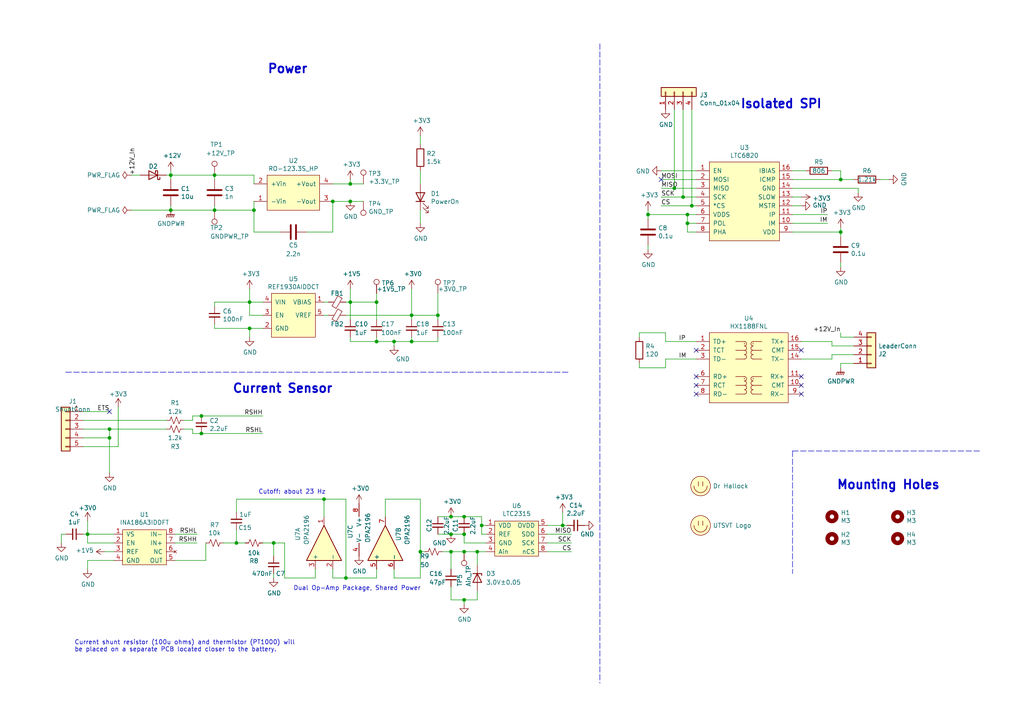
<source format=kicad_sch>
(kicad_sch (version 20211123) (generator eeschema)
  (paper "A4")
  (lib_symbols
    (symbol "Amplifier_Operational:OPA2196xD" (pin_names (offset 0.127))
      (property "Reference" "U" (at 2.54 6.35 0))
      (property "Value" "OPA2196xD" (at 2.54 3.81 0))
      (symbol "OPA2196xD_1_1"
        (pin output line (at 7.62 0 180) (length 2.54) (name "~") (number "1"))
        (pin input line (at -7.62 -2.54 0) (length 2.54) (name "-") (number "2"))
        (pin input line (at -7.62 2.54 0) (length 2.54) (name "+") (number "3"))
      )
      (symbol "OPA2196xD_2_1"
        (pin input line (at -7.62 2.54 0) (length 2.54) (name "+") (number "5"))
        (pin input line (at -7.62 -2.54 0) (length 2.54) (name "-") (number "6"))
        (pin output line (at 7.62 0 180) (length 2.54) (name "~") (number "7"))
      )
      (symbol "OPA2196xD_3_1"
        (pin power_in line (at 0 -7.62 90) (length 3.81) (name "V-") (number "4"))
        (pin power_in line (at 0 7.62 270) (length 3.81) (name "V+") (number "8"))
      )
    )
    (symbol "Connector:TestPoint" (pin_numbers hide) (pin_names (offset 0.762) hide)
      (property "Reference" "TP" (at 0 6.858 0))
      (property "Value" "TestPoint" (at 0 5.08 0))
      (symbol "TestPoint_1_1"
        (pin passive line (at 0 0 90) (length 2.54) (name "1") (number "1"))
      )
    )
    (symbol "Connector_Generic:Conn_01x04" (pin_names (offset 1.016) hide)
      (property "Reference" "J" (at 0 5.08 0))
      (property "Value" "Conn_01x04" (at 0 -7.62 0))
      (symbol "Conn_01x04_1_1"
        (pin passive line (at -5.08 2.54 0) (length 3.81) (name "Pin_1") (number "1"))
        (pin passive line (at -5.08 0 0) (length 3.81) (name "Pin_2") (number "2"))
        (pin passive line (at -5.08 -2.54 0) (length 3.81) (name "Pin_3") (number "3"))
        (pin passive line (at -5.08 -5.08 0) (length 3.81) (name "Pin_4") (number "4"))
      )
    )
    (symbol "Connector_Generic:Conn_01x05" (pin_names (offset 1.016) hide)
      (property "Reference" "J" (at 0 7.62 0))
      (property "Value" "Conn_01x05" (at 0 -7.62 0))
      (symbol "Conn_01x05_1_1"
        (pin passive line (at -5.08 5.08 0) (length 3.81) (name "Pin_1") (number "1"))
        (pin passive line (at -5.08 2.54 0) (length 3.81) (name "Pin_2") (number "2"))
        (pin passive line (at -5.08 0 0) (length 3.81) (name "Pin_3") (number "3"))
        (pin passive line (at -5.08 -2.54 0) (length 3.81) (name "Pin_4") (number "4"))
        (pin passive line (at -5.08 -5.08 0) (length 3.81) (name "Pin_5") (number "5"))
      )
    )
    (symbol "Device:C" (pin_numbers hide) (pin_names (offset 0.254))
      (property "Reference" "C" (at 0.635 2.54 0))
      (property "Value" "C" (at 0.635 -2.54 0))
      (symbol "C_1_1"
        (pin passive line (at 0 3.81 270) (length 2.794) (name "~") (number "1"))
        (pin passive line (at 0 -3.81 90) (length 2.794) (name "~") (number "2"))
      )
    )
    (symbol "Device:C_Small" (pin_numbers hide) (pin_names (offset 0.254) hide)
      (property "Reference" "C" (at 0.254 1.778 0))
      (property "Value" "C_Small" (at 0.254 -2.032 0))
      (symbol "C_Small_1_1"
        (pin passive line (at 0 2.54 270) (length 2.032) (name "~") (number "1"))
        (pin passive line (at 0 -2.54 90) (length 2.032) (name "~") (number "2"))
      )
    )
    (symbol "Device:D_Schottky" (pin_numbers hide) (pin_names (offset 1.016) hide)
      (property "Reference" "D" (at 0 2.54 0))
      (property "Value" "D_Schottky" (at 0 -2.54 0))
      (symbol "D_Schottky_1_1"
        (pin passive line (at -3.81 0 0) (length 2.54) (name "K") (number "1"))
        (pin passive line (at 3.81 0 180) (length 2.54) (name "A") (number "2"))
      )
    )
    (symbol "Device:D_Zener" (pin_numbers hide) (pin_names (offset 1.016) hide)
      (property "Reference" "D" (at 0 2.54 0))
      (property "Value" "D_Zener" (at 0 -2.54 0))
      (symbol "D_Zener_1_1"
        (pin passive line (at -3.81 0 0) (length 2.54) (name "K") (number "1"))
        (pin passive line (at 3.81 0 180) (length 2.54) (name "A") (number "2"))
      )
    )
    (symbol "Device:FerriteBead_Small" (pin_numbers hide) (pin_names (offset 0))
      (property "Reference" "FB" (at 1.905 1.27 0))
      (property "Value" "FerriteBead_Small" (at 1.905 -1.27 0))
      (symbol "FerriteBead_Small_1_1"
        (pin passive line (at 0 2.54 270) (length 1.27) (name "~") (number "1"))
        (pin passive line (at 0 -2.54 90) (length 1.27) (name "~") (number "2"))
      )
    )
    (symbol "Device:LED" (pin_numbers hide) (pin_names (offset 1.016) hide)
      (property "Reference" "D" (at 0 2.54 0))
      (property "Value" "LED" (at 0 -2.54 0))
      (symbol "LED_1_1"
        (pin passive line (at -3.81 0 0) (length 2.54) (name "K") (number "1"))
        (pin passive line (at 3.81 0 180) (length 2.54) (name "A") (number "2"))
      )
    )
    (symbol "Device:R" (pin_numbers hide) (pin_names (offset 0))
      (property "Reference" "R" (at 2.032 0 90))
      (property "Value" "R" (at 0 0 90))
      (symbol "R_1_1"
        (pin passive line (at 0 3.81 270) (length 1.27) (name "~") (number "1"))
        (pin passive line (at 0 -3.81 90) (length 1.27) (name "~") (number "2"))
      )
    )
    (symbol "Device:R_Small_US" (pin_numbers hide) (pin_names (offset 0.254) hide)
      (property "Reference" "R" (at 0.762 0.508 0))
      (property "Value" "R_Small_US" (at 0.762 -1.016 0))
      (symbol "R_Small_US_1_1"
        (pin passive line (at 0 2.54 270) (length 1.016) (name "~") (number "1"))
        (pin passive line (at 0 -2.54 90) (length 1.016) (name "~") (number "2"))
      )
    )
    (symbol "Mechanical:MountingHole" (pin_names (offset 1.016))
      (property "Reference" "H" (at 0 5.08 0))
      (property "Value" "MountingHole" (at 0 3.175 0))
    )
    (symbol "power:+12V" (power) (pin_names (offset 0))
      (property "Value" "+12V" (at 0 3.556 0))
      (symbol "+12V_1_1"
        (pin power_in line (at 0 0 90) (length 0) hide (name "+12V") (number "1"))
      )
    )
    (symbol "power:+1V5" (power) (pin_names (offset 0))
      (property "Value" "+1V5" (at 0 3.556 0))
      (symbol "+1V5_1_1"
        (pin power_in line (at 0 0 90) (length 0) hide (name "+1V5") (number "1"))
      )
    )
    (symbol "power:+3.3V" (power) (pin_names (offset 0))
      (property "Value" "+3.3V" (at 0 3.556 0))
      (symbol "+3.3V_1_1"
        (pin power_in line (at 0 0 90) (length 0) hide (name "+3V3") (number "1"))
      )
    )
    (symbol "power:+3V0" (power) (pin_names (offset 0))
      (property "Value" "+3V0" (at 0 3.556 0))
      (symbol "+3V0_1_1"
        (pin power_in line (at 0 0 90) (length 0) hide (name "+3V0") (number "1"))
      )
    )
    (symbol "power:+3V3" (power) (pin_names (offset 0))
      (property "Value" "+3V3" (at 0 3.556 0))
      (symbol "+3V3_1_1"
        (pin power_in line (at 0 0 90) (length 0) hide (name "+3V3") (number "1"))
      )
    )
    (symbol "power:GND" (power) (pin_names (offset 0))
      (property "Value" "GND" (at 0 -3.81 0))
      (symbol "GND_1_1"
        (pin power_in line (at 0 0 270) (length 0) hide (name "GND") (number "1"))
      )
    )
    (symbol "power:GNDPWR" (power) (pin_names (offset 0))
      (property "Value" "GNDPWR" (at 0 -3.302 0))
      (symbol "GNDPWR_1_1"
        (pin power_in line (at 0 0 270) (length 0) hide (name "GNDPWR") (number "1"))
      )
    )
    (symbol "power:PWR_FLAG" (power) (pin_numbers hide) (pin_names (offset 0) hide)
      (property "Value" "PWR_FLAG" (at 0 3.81 0))
      (symbol "PWR_FLAG_0_0"
        (pin power_out line (at 0 0 90) (length 0) (name "pwr") (number "1"))
      )
    )
    (symbol "utsvt-bps:LTC6820" (pin_names (offset 1.016))
      (property "Reference" "U" (at 0 3.81 0))
      (property "Value" "LTC6820" (at 0 1.27 0))
      (symbol "LTC6820_1_1"
        (pin input line (at -13.97 -2.54 0) (length 3.81) (name "EN") (number "1"))
        (pin bidirectional line (at 13.97 -17.78 180) (length 3.81) (name "IM") (number "10"))
        (pin bidirectional line (at 13.97 -15.24 180) (length 3.81) (name "IP") (number "11"))
        (pin input line (at 13.97 -12.7 180) (length 3.81) (name "MSTR") (number "12"))
        (pin input line (at 13.97 -10.16 180) (length 3.81) (name "SLOW") (number "13"))
        (pin power_in line (at 13.97 -7.62 180) (length 3.81) (name "GND") (number "14"))
        (pin input line (at 13.97 -5.08 180) (length 3.81) (name "ICMP") (number "15"))
        (pin input line (at 13.97 -2.54 180) (length 3.81) (name "IBIAS") (number "16"))
        (pin bidirectional line (at -13.97 -5.08 0) (length 3.81) (name "MOSI") (number "2"))
        (pin bidirectional line (at -13.97 -7.62 0) (length 3.81) (name "MISO") (number "3"))
        (pin bidirectional line (at -13.97 -10.16 0) (length 3.81) (name "SCK") (number "4"))
        (pin bidirectional line (at -13.97 -12.7 0) (length 3.81) (name "*CS") (number "5"))
        (pin power_in line (at -13.97 -15.24 0) (length 3.81) (name "VDDS") (number "6"))
        (pin input line (at -13.97 -17.78 0) (length 3.81) (name "POL") (number "7"))
        (pin input line (at -13.97 -20.32 0) (length 3.81) (name "PHA") (number "8"))
        (pin power_in line (at 13.97 -20.32 180) (length 3.81) (name "VDD") (number "9"))
      )
    )
    (symbol "utsvt-chips:HX1188FNL" (pin_names (offset 1.016))
      (property "Reference" "U" (at 0 3.81 0))
      (property "Value" "HX1188FNL" (at 0 1.27 0))
      (symbol "HX1188FNL_1_1"
        (pin bidirectional line (at -15.24 -2.54 0) (length 3.81) (name "TD+") (number "1"))
        (pin bidirectional line (at 15.24 -15.24 180) (length 3.81) (name "CMT") (number "10"))
        (pin bidirectional line (at 15.24 -12.7 180) (length 3.81) (name "RX+") (number "11"))
        (pin bidirectional line (at 15.24 -7.62 180) (length 3.81) (name "TX-") (number "14"))
        (pin bidirectional line (at 15.24 -5.08 180) (length 3.81) (name "CMT") (number "15"))
        (pin bidirectional line (at 15.24 -2.54 180) (length 3.81) (name "TX+") (number "16"))
        (pin bidirectional line (at -15.24 -5.08 0) (length 3.81) (name "TCT") (number "2"))
        (pin bidirectional line (at -15.24 -7.62 0) (length 3.81) (name "TD-") (number "3"))
        (pin bidirectional line (at -15.24 -12.7 0) (length 3.81) (name "RD+") (number "6"))
        (pin bidirectional line (at -15.24 -15.24 0) (length 3.81) (name "RCT") (number "7"))
        (pin bidirectional line (at -15.24 -17.78 0) (length 3.81) (name "RD-") (number "8"))
        (pin bidirectional line (at 15.24 -17.78 180) (length 3.81) (name "RX-") (number "9"))
      )
    )
    (symbol "utsvt-chips:INA186A3QDBVRQ1" (pin_names (offset 1.016))
      (property "Reference" "U" (at 0 5.08 0))
      (property "Value" "INA186A3QDBVRQ1" (at 0 7.62 0))
      (symbol "INA186A3QDBVRQ1_1_1"
        (pin power_in line (at -8.89 2.54 0) (length 2.54) (name "VS") (number "1"))
        (pin input line (at -8.89 0 0) (length 2.54) (name "EN") (number "2"))
        (pin input line (at -8.89 -2.54 0) (length 2.54) (name "REF") (number "3"))
        (pin power_in line (at -8.89 -5.08 0) (length 2.54) (name "GND") (number "4"))
        (pin output line (at 8.89 -5.08 180) (length 2.54) (name "OUT") (number "5"))
        (pin no_connect line (at 8.89 -2.54 180) (length 2.54) (name "NC") (number "6"))
        (pin input line (at 8.89 0 180) (length 2.54) (name "IN+") (number "7"))
        (pin input line (at 8.89 2.54 180) (length 2.54) (name "IN-") (number "8"))
      )
    )
    (symbol "utsvt-chips:LTC2315" (pin_names (offset 1.016))
      (property "Reference" "U" (at 2.54 8.89 0))
      (property "Value" "LTC2315" (at 2.54 6.35 0))
      (symbol "LTC2315_1_1"
        (pin power_in line (at -6.35 3.81 0) (length 2.54) (name "VDD") (number "1"))
        (pin bidirectional line (at -6.35 1.27 0) (length 2.54) (name "REF") (number "2"))
        (pin power_in line (at -6.35 -1.27 0) (length 2.54) (name "GND") (number "3"))
        (pin input line (at -6.35 -3.81 0) (length 2.54) (name "Ain") (number "4"))
        (pin power_in line (at 11.43 3.81 180) (length 2.54) (name "OVDD") (number "5"))
        (pin input line (at 11.43 1.27 180) (length 2.54) (name "SDO") (number "6"))
        (pin input line (at 11.43 -1.27 180) (length 2.54) (name "SCK") (number "7"))
        (pin input line (at 11.43 -3.81 180) (length 2.54) (name "nCS") (number "8"))
      )
    )
    (symbol "utsvt-misc:Logo_Placeholder" (pin_names (offset 1.016))
      (property "Value" "Logo_Placeholder" (at 0 3.81 0))
    )
    (symbol "utsvt-power-regulators:REF1930AIDDCT" (pin_names (offset 1.016))
      (property "Reference" "U" (at 0 3.81 0))
      (property "Value" "REF1930AIDDCT" (at 0 6.35 0))
      (symbol "REF1930AIDDCT_1_1"
        (pin output line (at 8.89 0 180) (length 2.54) (name "VBIAS") (number "1"))
        (pin power_in line (at -8.89 -7.62 0) (length 2.54) (name "GND") (number "2"))
        (pin input line (at -8.89 -3.81 0) (length 2.54) (name "EN") (number "3"))
        (pin power_in line (at -8.89 0 0) (length 2.54) (name "VIN") (number "4"))
        (pin power_out line (at 8.89 -3.81 180) (length 2.54) (name "VREF") (number "5"))
      )
    )
    (symbol "utsvt-power-regulators:RO-123.3S_HP" (pin_names (offset 1.016))
      (property "Reference" "U" (at 0 10.16 0))
      (property "Value" "RO-123.3S_HP" (at 0 7.62 0))
      (symbol "RO-123.3S_HP_1_1"
        (pin input line (at -11.43 -2.54 0) (length 3.81) (name "-Vin") (number "1"))
        (pin power_in line (at -11.43 2.54 0) (length 3.81) (name "+Vin") (number "2"))
        (pin power_out line (at 11.43 -2.54 180) (length 3.81) (name "-Vout") (number "3"))
        (pin power_out line (at 11.43 2.54 180) (length 3.81) (name "+Vout") (number "4"))
      )
    )
  )
  (junction (at 243.84 67.31))
  (junction (at 109.22 87.63))
  (junction (at 31.75 124.46))
  (junction (at 199.39 62.23))
  (junction (at 62.23 60.96))
  (junction (at 138.43 160.02))
  (junction (at 119.38 91.44))
  (junction (at 134.62 160.02))
  (junction (at 100.33 167.64))
  (junction (at 199.39 64.77))
  (junction (at 187.96 62.23))
  (junction (at 101.6 87.63))
  (junction (at 58.42 120.65))
  (junction (at 130.81 149.86))
  (junction (at 163.195 152.4))
  (junction (at 114.3 99.06))
  (junction (at 134.62 173.99))
  (junction (at 109.22 99.06))
  (junction (at 195.58 54.61))
  (junction (at 101.6 53.34))
  (junction (at 72.39 95.25))
  (junction (at 127 91.44))
  (junction (at 93.98 144.78))
  (junction (at 62.23 50.8))
  (junction (at 198.12 57.15))
  (junction (at 49.53 60.96))
  (junction (at 121.92 160.02))
  (junction (at 96.52 58.42))
  (junction (at 130.81 154.94))
  (junction (at 243.84 52.07))
  (junction (at 200.66 59.69))
  (junction (at 79.375 157.48))
  (junction (at 134.62 154.94))
  (junction (at 73.66 60.96))
  (junction (at 101.6 58.42))
  (junction (at 139.7 152.4))
  (junction (at 72.39 87.63))
  (junction (at 130.81 160.02))
  (junction (at 119.38 99.06))
  (junction (at 31.75 127))
  (junction (at 134.62 149.86))
  (junction (at 58.42 125.73))
  (junction (at 25.4 154.94))
  (junction (at 68.58 157.48))
  (junction (at 49.53 50.8))
  (no_connect (at 31.75 119.38))
  (no_connect (at 201.93 109.22))
  (no_connect (at 232.41 114.3))
  (no_connect (at 201.93 101.6))
  (no_connect (at 201.93 114.3))
  (no_connect (at 191.77 52.07))
  (no_connect (at 232.41 111.76))
  (no_connect (at 232.41 101.6))
  (no_connect (at 201.93 111.76))
  (no_connect (at 232.41 109.22))
  (wire (pts (xy 49.53 50.8) (xy 62.23 50.8)))
  (wire (pts (xy 191.77 57.15) (xy 198.12 57.15)))
  (wire (pts (xy 100.33 167.64) (xy 109.22 167.64)))
  (wire (pts (xy 73.66 67.31) (xy 73.66 60.96)))
  (wire (pts (xy 114.3 165.1) (xy 114.3 167.64)))
  (wire (pts (xy 139.7 152.4) (xy 139.7 149.86)))
  (wire (pts (xy 193.04 104.14) (xy 193.04 106.68)))
  (wire (pts (xy 201.93 49.53) (xy 191.77 49.53)))
  (wire (pts (xy 100.33 91.44) (xy 119.38 91.44)))
  (wire (pts (xy 138.43 160.02) (xy 140.97 160.02)))
  (wire (pts (xy 72.39 97.79) (xy 72.39 95.25)))
  (wire (pts (xy 101.6 83.82) (xy 101.6 87.63)))
  (wire (pts (xy 109.22 85.09) (xy 109.22 87.63)))
  (wire (pts (xy 134.62 173.99) (xy 138.43 173.99)))
  (wire (pts (xy 127 91.44) (xy 127 92.71)))
  (wire (pts (xy 139.7 152.4) (xy 140.97 152.4)))
  (wire (pts (xy 48.26 50.8) (xy 49.53 50.8)))
  (wire (pts (xy 229.87 67.31) (xy 243.84 67.31)))
  (wire (pts (xy 101.6 52.07) (xy 101.6 53.34)))
  (wire (pts (xy 241.3 100.33) (xy 247.65 100.33)))
  (wire (pts (xy 232.41 57.15) (xy 229.87 57.15)))
  (wire (pts (xy 195.58 54.61) (xy 201.93 54.61)))
  (wire (pts (xy 130.81 149.86) (xy 127 149.86)))
  (wire (pts (xy 50.8 154.94) (xy 57.15 154.94)))
  (wire (pts (xy 25.4 165.1) (xy 25.4 162.56)))
  (wire (pts (xy 130.81 160.02) (xy 130.81 165.1)))
  (wire (pts (xy 24.13 124.46) (xy 31.75 124.46)))
  (wire (pts (xy 243.84 76.2) (xy 243.84 77.47)))
  (wire (pts (xy 34.29 118.11) (xy 34.29 129.54)))
  (wire (pts (xy 96.52 67.31) (xy 96.52 58.42)))
  (wire (pts (xy 91.44 165.1) (xy 91.44 167.64)))
  (wire (pts (xy 100.33 144.78) (xy 100.33 167.64)))
  (wire (pts (xy 34.29 129.54) (xy 24.13 129.54)))
  (wire (pts (xy 55.88 121.92) (xy 55.88 120.65)))
  (wire (pts (xy 53.34 124.46) (xy 55.88 124.46)))
  (wire (pts (xy 68.58 144.78) (xy 93.98 144.78)))
  (wire (pts (xy 158.75 157.48) (xy 165.735 157.48)))
  (wire (pts (xy 127 154.94) (xy 130.81 154.94)))
  (wire (pts (xy 232.41 99.06) (xy 241.3 99.06)))
  (wire (pts (xy 198.12 57.15) (xy 201.93 57.15)))
  (wire (pts (xy 93.98 144.78) (xy 93.98 149.86)))
  (wire (pts (xy 49.53 59.69) (xy 49.53 60.96)))
  (wire (pts (xy 121.92 167.64) (xy 121.92 160.02)))
  (wire (pts (xy 229.87 49.53) (xy 233.68 49.53)))
  (wire (pts (xy 201.93 104.14) (xy 193.04 104.14)))
  (wire (pts (xy 191.77 59.69) (xy 200.66 59.69)))
  (wire (pts (xy 134.62 149.86) (xy 130.81 149.86)))
  (wire (pts (xy 62.23 93.98) (xy 62.23 95.25)))
  (wire (pts (xy 62.23 59.69) (xy 62.23 60.96)))
  (wire (pts (xy 109.22 165.1) (xy 109.22 167.64)))
  (wire (pts (xy 119.38 91.44) (xy 119.38 92.71)))
  (wire (pts (xy 128.27 160.02) (xy 130.81 160.02)))
  (wire (pts (xy 127 99.06) (xy 119.38 99.06)))
  (wire (pts (xy 62.23 60.96) (xy 73.66 60.96)))
  (wire (pts (xy 121.92 39.37) (xy 121.92 41.91)))
  (polyline (pts (xy 173.99 12.7) (xy 173.99 198.12)))
  (wire (pts (xy 130.81 160.02) (xy 134.62 160.02)))
  (wire (pts (xy 134.62 160.02) (xy 138.43 160.02)))
  (wire (pts (xy 130.81 170.18) (xy 130.81 173.99)))
  (wire (pts (xy 241.3 104.14) (xy 241.3 102.87)))
  (wire (pts (xy 241.3 49.53) (xy 243.84 49.53)))
  (wire (pts (xy 76.2 157.48) (xy 79.375 157.48)))
  (wire (pts (xy 38.1 60.96) (xy 49.53 60.96)))
  (wire (pts (xy 55.88 124.46) (xy 55.88 125.73)))
  (wire (pts (xy 25.4 162.56) (xy 33.02 162.56)))
  (wire (pts (xy 185.42 106.68) (xy 193.04 106.68)))
  (wire (pts (xy 24.13 119.38) (xy 31.75 119.38)))
  (wire (pts (xy 93.98 144.78) (xy 100.33 144.78)))
  (wire (pts (xy 49.53 50.8) (xy 49.53 52.07)))
  (wire (pts (xy 55.88 120.65) (xy 58.42 120.65)))
  (wire (pts (xy 111.76 149.86) (xy 111.76 144.78)))
  (wire (pts (xy 229.87 59.69) (xy 232.41 59.69)))
  (wire (pts (xy 33.02 157.48) (xy 25.4 157.48)))
  (wire (pts (xy 55.88 125.73) (xy 58.42 125.73)))
  (wire (pts (xy 247.65 97.79) (xy 243.84 97.79)))
  (wire (pts (xy 25.4 157.48) (xy 25.4 154.94)))
  (wire (pts (xy 31.75 127) (xy 31.75 137.16)))
  (wire (pts (xy 73.66 60.96) (xy 73.66 58.42)))
  (wire (pts (xy 201.93 62.23) (xy 199.39 62.23)))
  (wire (pts (xy 72.39 91.44) (xy 72.39 87.63)))
  (wire (pts (xy 243.84 67.31) (xy 243.84 68.58)))
  (wire (pts (xy 109.22 99.06) (xy 114.3 99.06)))
  (wire (pts (xy 248.92 55.88) (xy 248.92 54.61)))
  (wire (pts (xy 76.2 91.44) (xy 72.39 91.44)))
  (wire (pts (xy 30.48 160.02) (xy 33.02 160.02)))
  (wire (pts (xy 158.75 154.94) (xy 165.735 154.94)))
  (wire (pts (xy 88.9 67.31) (xy 96.52 67.31)))
  (wire (pts (xy 121.92 49.53) (xy 121.92 53.34)))
  (wire (pts (xy 24.13 154.94) (xy 25.4 154.94)))
  (wire (pts (xy 59.69 157.48) (xy 59.69 162.56)))
  (wire (pts (xy 191.77 54.61) (xy 195.58 54.61)))
  (wire (pts (xy 185.42 97.79) (xy 185.42 96.52)))
  (wire (pts (xy 24.13 121.92) (xy 48.26 121.92)))
  (wire (pts (xy 134.62 175.26) (xy 134.62 173.99)))
  (wire (pts (xy 191.77 52.07) (xy 201.93 52.07)))
  (wire (pts (xy 138.43 171.45) (xy 138.43 173.99)))
  (wire (pts (xy 82.55 167.64) (xy 82.55 157.48)))
  (wire (pts (xy 140.97 154.94) (xy 139.7 154.94)))
  (wire (pts (xy 57.15 157.48) (xy 50.8 157.48)))
  (wire (pts (xy 93.98 91.44) (xy 95.25 91.44)))
  (wire (pts (xy 243.84 49.53) (xy 243.84 52.07)))
  (wire (pts (xy 119.38 97.79) (xy 119.38 99.06)))
  (wire (pts (xy 17.78 157.48) (xy 17.78 154.94)))
  (wire (pts (xy 243.84 52.07) (xy 247.65 52.07)))
  (wire (pts (xy 119.38 91.44) (xy 127 91.44)))
  (wire (pts (xy 199.39 67.31) (xy 199.39 64.77)))
  (wire (pts (xy 134.62 157.48) (xy 134.62 154.94)))
  (wire (pts (xy 38.1 50.8) (xy 40.64 50.8)))
  (wire (pts (xy 185.42 105.41) (xy 185.42 106.68)))
  (wire (pts (xy 17.78 154.94) (xy 19.05 154.94)))
  (wire (pts (xy 241.3 99.06) (xy 241.3 100.33)))
  (wire (pts (xy 79.375 167.64) (xy 79.375 166.37)))
  (wire (pts (xy 91.44 167.64) (xy 82.55 167.64)))
  (wire (pts (xy 62.23 95.25) (xy 72.39 95.25)))
  (wire (pts (xy 121.92 60.96) (xy 121.92 64.77)))
  (wire (pts (xy 232.41 104.14) (xy 241.3 104.14)))
  (wire (pts (xy 121.92 160.02) (xy 123.19 160.02)))
  (wire (pts (xy 64.77 157.48) (xy 68.58 157.48)))
  (wire (pts (xy 187.96 62.23) (xy 199.39 62.23)))
  (wire (pts (xy 96.52 53.34) (xy 101.6 53.34)))
  (wire (pts (xy 96.52 167.64) (xy 100.33 167.64)))
  (wire (pts (xy 187.96 62.23) (xy 187.96 63.5)))
  (polyline (pts (xy 229.87 130.81) (xy 229.87 166.37)))
  (wire (pts (xy 193.04 96.52) (xy 193.04 99.06)))
  (wire (pts (xy 72.39 95.25) (xy 76.2 95.25)))
  (wire (pts (xy 229.87 52.07) (xy 243.84 52.07)))
  (wire (pts (xy 68.58 153.67) (xy 68.58 157.48)))
  (wire (pts (xy 109.22 92.71) (xy 109.22 87.63)))
  (wire (pts (xy 101.6 99.06) (xy 109.22 99.06)))
  (wire (pts (xy 247.65 105.41) (xy 243.84 105.41)))
  (wire (pts (xy 49.53 60.96) (xy 62.23 60.96)))
  (wire (pts (xy 109.22 87.63) (xy 101.6 87.63)))
  (wire (pts (xy 243.84 105.41) (xy 243.84 106.68)))
  (wire (pts (xy 158.75 160.02) (xy 165.735 160.02)))
  (wire (pts (xy 229.87 54.61) (xy 248.92 54.61)))
  (wire (pts (xy 58.42 125.73) (xy 76.2 125.73)))
  (wire (pts (xy 73.66 50.8) (xy 73.66 53.34)))
  (wire (pts (xy 31.75 124.46) (xy 31.75 127)))
  (wire (pts (xy 24.13 127) (xy 31.75 127)))
  (wire (pts (xy 164.465 152.4) (xy 163.195 152.4)))
  (wire (pts (xy 96.52 58.42) (xy 101.6 58.42)))
  (wire (pts (xy 72.39 83.82) (xy 72.39 87.63)))
  (wire (pts (xy 127 85.09) (xy 127 91.44)))
  (wire (pts (xy 79.375 157.48) (xy 82.55 157.48)))
  (wire (pts (xy 68.58 148.59) (xy 68.58 144.78)))
  (wire (pts (xy 200.66 59.69) (xy 201.93 59.69)))
  (wire (pts (xy 243.84 67.31) (xy 243.84 66.04)))
  (wire (pts (xy 163.195 148.59) (xy 163.195 152.4)))
  (wire (pts (xy 185.42 96.52) (xy 193.04 96.52)))
  (wire (pts (xy 96.52 165.1) (xy 96.52 167.64)))
  (wire (pts (xy 255.27 52.07) (xy 257.81 52.07)))
  (wire (pts (xy 138.43 160.02) (xy 138.43 163.83)))
  (wire (pts (xy 93.98 87.63) (xy 95.25 87.63)))
  (wire (pts (xy 81.28 67.31) (xy 73.66 67.31)))
  (wire (pts (xy 119.38 83.82) (xy 119.38 91.44)))
  (polyline (pts (xy 229.87 130.81) (xy 284.48 130.81)))
  (wire (pts (xy 62.23 50.8) (xy 73.66 50.8)))
  (polyline (pts (xy 19.05 107.95) (xy 165.1 107.95)))
  (wire (pts (xy 119.38 99.06) (xy 114.3 99.06)))
  (wire (pts (xy 229.87 62.23) (xy 240.03 62.23)))
  (wire (pts (xy 101.6 87.63) (xy 101.6 92.71)))
  (wire (pts (xy 71.12 157.48) (xy 68.58 157.48)))
  (wire (pts (xy 243.84 97.79) (xy 243.84 96.52)))
  (wire (pts (xy 201.93 99.06) (xy 193.04 99.06)))
  (wire (pts (xy 121.92 160.02) (xy 121.92 144.78)))
  (wire (pts (xy 53.34 121.92) (xy 55.88 121.92)))
  (wire (pts (xy 199.39 64.77) (xy 199.39 62.23)))
  (wire (pts (xy 100.33 87.63) (xy 101.6 87.63)))
  (wire (pts (xy 114.3 100.33) (xy 114.3 99.06)))
  (wire (pts (xy 201.93 64.77) (xy 199.39 64.77)))
  (wire (pts (xy 101.6 53.34) (xy 105.41 53.34)))
  (wire (pts (xy 101.6 97.79) (xy 101.6 99.06)))
  (wire (pts (xy 59.69 162.56) (xy 50.8 162.56)))
  (wire (pts (xy 139.7 149.86) (xy 134.62 149.86)))
  (wire (pts (xy 200.66 31.75) (xy 200.66 59.69)))
  (wire (pts (xy 62.23 87.63) (xy 72.39 87.63)))
  (wire (pts (xy 33.02 154.94) (xy 25.4 154.94)))
  (wire (pts (xy 140.97 157.48) (xy 134.62 157.48)))
  (wire (pts (xy 130.81 154.94) (xy 134.62 154.94)))
  (wire (pts (xy 109.22 97.79) (xy 109.22 99.06)))
  (wire (pts (xy 62.23 88.9) (xy 62.23 87.63)))
  (wire (pts (xy 187.96 62.23) (xy 187.96 60.96)))
  (wire (pts (xy 31.75 124.46) (xy 48.26 124.46)))
  (wire (pts (xy 201.93 67.31) (xy 199.39 67.31)))
  (wire (pts (xy 25.4 154.94) (xy 25.4 151.13)))
  (wire (pts (xy 130.81 173.99) (xy 134.62 173.99)))
  (wire (pts (xy 198.12 31.75) (xy 198.12 57.15)))
  (wire (pts (xy 241.3 102.87) (xy 247.65 102.87)))
  (wire (pts (xy 79.375 161.29) (xy 79.375 157.48)))
  (wire (pts (xy 187.96 71.12) (xy 187.96 72.39)))
  (wire (pts (xy 127 99.06) (xy 127 97.79)))
  (wire (pts (xy 114.3 167.64) (xy 121.92 167.64)))
  (wire (pts (xy 62.23 50.8) (xy 62.23 52.07)))
  (wire (pts (xy 163.195 152.4) (xy 158.75 152.4)))
  (wire (pts (xy 101.6 58.42) (xy 105.41 58.42)))
  (wire (pts (xy 111.76 144.78) (xy 121.92 144.78)))
  (wire (pts (xy 139.7 154.94) (xy 139.7 152.4)))
  (wire (pts (xy 72.39 87.63) (xy 76.2 87.63)))
  (wire (pts (xy 49.53 49.53) (xy 49.53 50.8)))
  (wire (pts (xy 229.87 64.77) (xy 240.03 64.77)))
  (wire (pts (xy 58.42 120.65) (xy 76.2 120.65)))
  (wire (pts (xy 195.58 31.75) (xy 195.58 54.61)))
  (text "Isolated SPI" (at 214.63 31.75 0) (effects (font (size 2.54 2.54) (thickness 0.508) bold) (justify left bottom)))
  (text "Mounting Holes" (at 242.57 142.24 0) (effects (font (size 2.54 2.54) (thickness 0.508) bold) (justify left bottom)))
  (text "Current Sensor" (at 67.31 114.3 0) (effects (font (size 2.54 2.54) (thickness 0.508) bold) (justify left bottom)))
  (text "Power" (at 77.47 21.59 0) (effects (font (size 2.54 2.54) (thickness 0.508) bold) (justify left bottom)))
  (text "Current shunt resistor (100u ohms) and thermistor (PT1000) will\nbe placed on a separate PCB located closer to the battery. " (at 21.59 189.23 0) (effects (font (size 1.27 1.27)) (justify left bottom)))
  (text "Cutoff: about 23 Hz" (at 74.93 143.51 0) (effects (font (size 1.27 1.27)) (justify left bottom)))
  (text "Dual Op-Amp Package, Shared Power" (at 85.09 171.45 0) (effects (font (size 1.27 1.27)) (justify left bottom)))
  (label "MISO" (at 191.77 54.61 0))
  (label "+12V_In" (at 243.84 96.52 180))
  (label "SCK" (at 165.735 157.48 180))
  (label "IM" (at 196.85 104.14 0))
  (label "IM" (at 240.03 64.77 180))
  (label "RSHH" (at 76.2 120.65 180))
  (label "RSHL" (at 57.15 154.94 180))
  (label "IP" (at 196.85 99.06 0))
  (label "CS" (at 191.77 59.69 0))
  (label "SCK" (at 191.77 57.15 0))
  (label "IP" (at 240.03 62.23 180))
  (label "MISO" (at 165.735 154.94 180))
  (label "RSHH" (at 57.15 157.48 180))
  (label "MOSI" (at 191.77 52.07 0))
  (label "RSHL" (at 76.2 125.73 180))
  (label "CS" (at 165.735 160.02 180))
  (label "+12V_In" (at 39.37 50.8 90))
  (label "ETS" (at 31.75 119.38 180))
  (symbol (lib_id "Connector_Generic:Conn_01x04") (at 252.73 102.87 0) (mirror x) (unit 1)
    (property "Reference" "J2" (at 254.762 102.6668 0) (effects (justify left)))
    (property "Value" "LeaderConn" (at 254.762 100.3554 0) (effects (justify left)))
    (property "Footprint" "Connector_Molex:Molex_Micro-Fit_3.0_43650-0415_1x04_P3.00mm_Vertical" (effects hide))
  )
  (symbol (lib_id "utsvt-bps:LTC6820") (at 215.9 46.99 0) (unit 1)
    (property "Reference" "U3" (at 215.9 42.799 0))
    (property "Value" "LTC6820" (at 215.9 45.1104 0))
    (property "Footprint" "Package_SO:MSOP-16_3x4mm_P0.5mm" (effects hide))
    (property "Mfg" "LTC6820HMS#PBF" (effects hide))
  )
  (symbol (lib_id "Device:C") (at 187.96 67.31 0) (unit 1)
    (property "Reference" "C8" (at 190.881 66.1416 0) (effects (justify left)))
    (property "Value" "0.1u" (at 190.881 68.453 0) (effects (justify left)))
    (property "Footprint" "Capacitor_SMD:C_0805_2012Metric" (effects hide))
    (property "Datasheet" "https://www.mouser.com/ProductDetail/KEMET/C0805C104M5RACTU?qs=VOOUd%252Bza08qHu13WgNByHQ%3D%3D" (effects hide))
    (property "Mfg" "C0805C104M5RACTU" (effects hide))
  )
  (symbol (lib_id "Device:C") (at 243.84 72.39 0) (unit 1)
    (property "Reference" "C9" (at 246.761 71.2216 0) (effects (justify left)))
    (property "Value" "0.1u" (at 246.761 73.533 0) (effects (justify left)))
    (property "Footprint" "Capacitor_SMD:C_0805_2012Metric" (effects hide))
    (property "Datasheet" "https://www.mouser.com/ProductDetail/KEMET/C0805C104M5RACTU?qs=VOOUd%252Bza08qHu13WgNByHQ%3D%3D" (effects hide))
    (property "Mfg" "C0805C104M5RACTU" (effects hide))
  )
  (symbol (lib_id "Device:R") (at 251.46 52.07 270) (unit 1)
    (property "Reference" "R6" (at 251.46 49.53 90))
    (property "Value" "1.21k" (at 251.46 52.07 90))
    (property "Footprint" "Resistor_SMD:R_0805_2012Metric" (effects hide))
    (property "Mfg" "CRCW08051K20FKEA" (effects hide))
  )
  (symbol (lib_id "Device:R") (at 237.49 49.53 270) (unit 1)
    (property "Reference" "R5" (at 237.49 46.99 90))
    (property "Value" "806" (at 237.49 49.53 90))
    (property "Footprint" "Resistor_SMD:R_0805_2012Metric" (effects hide))
    (property "Mfg" "CRCW0805806RFKEA" (effects hide))
  )
  (symbol (lib_id "utsvt-chips:HX1188FNL") (at 217.17 96.52 0) (unit 1)
    (property "Reference" "U4" (at 217.17 92.329 0))
    (property "Value" "HX1188FNL" (at 217.17 94.6404 0))
    (property "Footprint" "UTSVT_Passive:HXXXX" (effects hide))
    (property "Mfg" "HX1188FNL" (effects hide))
  )
  (symbol (lib_id "Device:R") (at 185.42 101.6 0) (unit 1)
    (property "Reference" "R4" (at 187.198 100.4316 0) (effects (justify left)))
    (property "Value" "120" (at 187.198 102.743 0) (effects (justify left)))
    (property "Footprint" "Resistor_SMD:R_0805_2012Metric" (effects hide))
    (property "Mfg" "CRCW0805120RFKEA" (effects hide))
  )
  (symbol (lib_id "power:GND") (at 248.92 55.88 0) (unit 1)
    (property "Reference" "#PWR022" (effects hide))
    (property "Value" "GND" (at 249.047 60.2742 0))
  )
  (symbol (lib_id "power:GND") (at 243.84 77.47 0) (unit 1)
    (property "Reference" "#PWR019" (effects hide))
    (property "Value" "GND" (at 243.967 81.8642 0))
  )
  (symbol (lib_id "power:GND") (at 187.96 72.39 0) (unit 1)
    (property "Reference" "#PWR016" (effects hide))
    (property "Value" "GND" (at 188.087 76.7842 0))
  )
  (symbol (lib_id "power:GND") (at 191.77 49.53 270) (unit 1)
    (property "Reference" "#PWR017" (effects hide))
    (property "Value" "GND" (at 188.5188 49.657 90) (effects (justify right)))
  )
  (symbol (lib_id "Device:C") (at 49.53 55.88 0) (unit 1)
    (property "Reference" "C1" (at 52.451 54.7116 0) (effects (justify left)))
    (property "Value" "10u" (at 52.451 57.023 0) (effects (justify left)))
    (property "Footprint" "UTSVT_Passive:C_2220_5750Metrix" (effects hide))
    (property "Datasheet" "https://www.mouser.com/ProductDetail/810-C5750X7S2A106M " (effects hide))
    (property "Mfg" "TMK212BBJ106MGHT" (effects hide))
  )
  (symbol (lib_id "Connector:TestPoint") (at 62.23 50.8 0) (unit 1)
    (property "Reference" "TP1" (at 60.96 41.91 0) (effects (justify left)))
    (property "Value" "+12V_TP" (at 59.69 44.45 0) (effects (justify left)))
    (property "Footprint" "TestPoint:TestPoint_Keystone_5005-5009_Compact" (effects hide))
  )
  (symbol (lib_id "Connector:TestPoint") (at 62.23 60.96 180) (unit 1)
    (property "Reference" "TP2" (at 60.96 66.04 0) (effects (justify right)))
    (property "Value" "GNDPWR_TP" (at 60.96 68.58 0) (effects (justify right)))
    (property "Footprint" "TestPoint:TestPoint_Keystone_5005-5009_Compact" (effects hide))
  )
  (symbol (lib_id "Connector:TestPoint") (at 105.41 58.42 180) (unit 1)
    (property "Reference" "TP4" (at 106.8832 59.0804 0) (effects (justify right)))
    (property "Value" "GND_TP" (at 106.8832 61.3918 0) (effects (justify right)))
    (property "Footprint" "TestPoint:TestPoint_Keystone_5005-5009_Compact" (effects hide))
  )
  (symbol (lib_id "Device:R") (at 121.92 45.72 0) (unit 1)
    (property "Reference" "R2" (at 123.698 44.5516 0) (effects (justify left)))
    (property "Value" "1.5k" (at 123.698 46.863 0) (effects (justify left)))
    (property "Footprint" "Resistor_SMD:R_0805_2012Metric" (effects hide))
    (property "Mfg" "CRCW08051K50JNEB" (effects hide))
  )
  (symbol (lib_id "Device:LED") (at 121.92 57.15 90) (unit 1)
    (property "Reference" "D1" (at 124.9172 56.1594 90) (effects (justify right)))
    (property "Value" "PowerOn" (at 124.9172 58.4708 90) (effects (justify right)))
    (property "Footprint" "LED_SMD:LED_0805_2012Metric" (effects hide))
    (property "Mfg" "APTD2012LCGCK" (effects hide))
  )
  (symbol (lib_id "power:GNDPWR") (at 49.53 60.96 0) (unit 1)
    (property "Reference" "#PWR03" (effects hide))
    (property "Value" "GNDPWR" (at 49.6316 64.8716 0))
  )
  (symbol (lib_id "power:+12V") (at 49.53 49.53 0) (unit 1)
    (property "Reference" "#PWR02" (effects hide))
    (property "Value" "+12V" (at 49.911 45.1358 0))
  )
  (symbol (lib_id "power:GND") (at 101.6 58.42 0) (unit 1)
    (property "Reference" "#PWR09" (effects hide))
    (property "Value" "GND" (at 101.727 62.8142 0))
  )
  (symbol (lib_id "power:GND") (at 121.92 64.77 0) (unit 1)
    (property "Reference" "#PWR011" (effects hide))
    (property "Value" "GND" (at 122.047 69.1642 0))
  )
  (symbol (lib_id "power:GNDPWR") (at 243.84 106.68 0) (unit 1)
    (property "Reference" "#PWR021" (effects hide))
    (property "Value" "GNDPWR" (at 243.9416 110.5916 0))
  )
  (symbol (lib_id "power:+3.3V") (at 101.6 52.07 0) (unit 1)
    (property "Reference" "#PWR08" (effects hide))
    (property "Value" "+3.3V" (at 101.981 47.6758 0))
  )
  (symbol (lib_id "Connector_Generic:Conn_01x05") (at 19.05 124.46 0) (mirror y) (unit 1)
    (property "Reference" "J1" (at 21.1328 116.4082 0))
    (property "Value" "ShuntConn" (at 21.1328 118.7196 0))
    (property "Footprint" "Connector_PinSocket_2.54mm:PinSocket_1x05_P2.54mm_Vertical" (effects hide))
  )
  (symbol (lib_id "Connector:TestPoint") (at 105.41 53.34 0) (unit 1)
    (property "Reference" "TP3" (at 106.8832 50.3428 0) (effects (justify left)))
    (property "Value" "+3.3V_TP" (at 106.8832 52.6542 0) (effects (justify left)))
    (property "Footprint" "TestPoint:TestPoint_Keystone_5005-5009_Compact" (effects hide))
  )
  (symbol (lib_id "power:+3.3V") (at 121.92 39.37 0) (unit 1)
    (property "Reference" "#PWR010" (effects hide))
    (property "Value" "+3.3V" (at 122.301 34.9758 0))
  )
  (symbol (lib_id "power:+3.3V") (at 243.84 66.04 0) (unit 1)
    (property "Reference" "#PWR018" (effects hide))
    (property "Value" "+3.3V" (at 244.221 61.6458 0))
  )
  (symbol (lib_id "Device:C") (at 62.23 55.88 0) (unit 1)
    (property "Reference" "C3" (at 65.151 54.7116 0) (effects (justify left)))
    (property "Value" "1n" (at 65.151 57.023 0) (effects (justify left)))
    (property "Footprint" "Capacitor_SMD:C_0805_2012Metric" (effects hide))
    (property "Datasheet" "https://www.mouser.com/ProductDetail/KEMET/C0805C102J5HACAUTO?qs=j%252B1pi9TdxUbgwPgoM1tuTw%3D%3D" (effects hide))
    (property "Mfg" "C0805C102J5HACAUTO" (effects hide))
  )
  (symbol (lib_id "power:GND") (at 257.81 52.07 90) (unit 1)
    (property "Reference" "#PWR023" (effects hide))
    (property "Value" "GND" (at 262.2042 51.943 0))
  )
  (symbol (lib_id "Device:C") (at 85.09 67.31 90) (unit 1)
    (property "Reference" "C5" (at 85.09 71.12 90))
    (property "Value" "2.2n" (at 85.09 73.66 90))
    (property "Footprint" "Capacitor_SMD:C_0805_2012Metric" (effects hide))
    (property "Mfg" "C0805J222K5RACAUTO" (effects hide))
  )
  (symbol (lib_id "power:GND") (at 31.75 137.16 0) (unit 1)
    (property "Reference" "#PWR01" (effects hide))
    (property "Value" "GND" (at 31.877 141.5542 0))
  )
  (symbol (lib_id "Mechanical:MountingHole") (at 260.35 149.86 0) (unit 1)
    (property "Reference" "H3" (at 262.89 148.6916 0) (effects (justify left)))
    (property "Value" "M3" (at 262.89 151.003 0) (effects (justify left)))
    (property "Footprint" "MountingHole:MountingHole_3mm" (effects hide))
  )
  (symbol (lib_id "Mechanical:MountingHole") (at 260.35 156.21 0) (unit 1)
    (property "Reference" "H4" (at 262.89 155.0416 0) (effects (justify left)))
    (property "Value" "M3" (at 262.89 157.353 0) (effects (justify left)))
    (property "Footprint" "MountingHole:MountingHole_3mm" (effects hide))
  )
  (symbol (lib_id "Mechanical:MountingHole") (at 241.3 149.86 0) (unit 1)
    (property "Reference" "H1" (at 243.84 148.6916 0) (effects (justify left)))
    (property "Value" "M3" (at 243.84 151.003 0) (effects (justify left)))
    (property "Footprint" "MountingHole:MountingHole_3mm" (effects hide))
  )
  (symbol (lib_id "Mechanical:MountingHole") (at 241.3 156.21 0) (unit 1)
    (property "Reference" "H2" (at 243.84 155.0416 0) (effects (justify left)))
    (property "Value" "M3" (at 243.84 157.353 0) (effects (justify left)))
    (property "Footprint" "MountingHole:MountingHole_3mm" (effects hide))
  )
  (symbol (lib_id "utsvt-power-regulators:RO-123.3S_HP") (at 85.09 55.88 0) (unit 1)
    (property "Reference" "U2" (at 85.09 46.609 0))
    (property "Value" "RO-123.3S_HP" (at 85.09 48.9204 0))
    (property "Footprint" "UTSVT_ICs:RI3_DC_Converter" (effects hide))
    (property "Datasheet" "https://www.mouser.com/datasheet/2/468/RO-1711124.pdf" (effects hide))
    (property "Mfg" "RM-123.3S/H" (effects hide))
  )
  (symbol (lib_id "power:+3.3V") (at 187.96 60.96 0) (unit 1)
    (property "Reference" "#PWR015" (effects hide))
    (property "Value" "+3.3V" (at 188.341 56.5658 0))
  )
  (symbol (lib_id "power:PWR_FLAG") (at 38.1 50.8 90) (unit 1)
    (property "Reference" "#FLG0101" (effects hide))
    (property "Value" "PWR_FLAG" (at 34.8742 50.8 90) (effects (justify left)))
  )
  (symbol (lib_id "power:PWR_FLAG") (at 38.1 60.96 90) (unit 1)
    (property "Reference" "#FLG0102" (effects hide))
    (property "Value" "PWR_FLAG" (at 34.8742 60.96 90) (effects (justify left)))
  )
  (symbol (lib_id "utsvt-misc:Logo_Placeholder") (at 203.2 140.97 0) (unit 1)
    (property "Reference" "LOGO1" (effects hide))
    (property "Value" "Dr Hallock" (at 206.756 140.97 0) (effects (justify left)))
    (property "Footprint" "UTSVT_Special:Hallock_Image_Tiny" (effects hide))
  )
  (symbol (lib_id "utsvt-misc:Logo_Placeholder") (at 203.2 152.4 0) (unit 1)
    (property "Reference" "LOGO2" (effects hide))
    (property "Value" "UTSVT Logo" (at 206.756 152.4 0) (effects (justify left)))
    (property "Footprint" "UTSVT_Special:UTSVT_Logo_Symbol" (effects hide))
  )
  (symbol (lib_id "power:GND") (at 232.41 59.69 90) (unit 1)
    (property "Reference" "#PWR0102" (effects hide))
    (property "Value" "GND" (at 235.6612 59.563 90) (effects (justify right)))
  )
  (symbol (lib_id "power:+3.3V") (at 232.41 57.15 270) (unit 1)
    (property "Reference" "#PWR0101" (effects hide))
    (property "Value" "+3.3V" (at 235.6612 57.531 90) (effects (justify left)))
  )
  (symbol (lib_id "Connector_Generic:Conn_01x04") (at 195.58 26.67 90) (unit 1)
    (property "Reference" "J3" (at 202.8952 27.5844 90) (effects (justify right)))
    (property "Value" "Conn_01x04" (at 202.8952 29.8958 90) (effects (justify right)))
    (property "Footprint" "Connector_PinHeader_2.54mm:PinHeader_1x04_P2.54mm_Vertical" (effects hide))
  )
  (symbol (lib_id "power:GND") (at 193.04 31.75 0) (unit 1)
    (property "Reference" "#PWR0103" (effects hide))
    (property "Value" "GND" (at 193.167 36.1442 0))
  )
  (symbol (lib_id "utsvt-chips:INA186A3QDBVRQ1") (at 41.91 157.48 0) (unit 1)
    (property "Reference" "U1" (at 41.91 149.225 0))
    (property "Value" "INA186A3IDDFT " (at 41.91 151.5364 0))
    (property "Footprint" "Package_TO_SOT_SMD:SOT-23-8" (effects hide))
  )
  (symbol (lib_id "power:GND") (at 25.4 165.1 0) (unit 1)
    (property "Reference" "#PWR06" (effects hide))
    (property "Value" "GND" (at 25.527 169.4942 0))
  )
  (symbol (lib_id "Device:C_Small") (at 21.59 154.94 270) (unit 1)
    (property "Reference" "C4" (at 21.59 149.1234 90))
    (property "Value" "1uF" (at 21.59 151.4348 90))
    (property "Footprint" "Capacitor_SMD:C_0805_2012Metric" (effects hide))
    (property "Datasheet" "https://www.mouser.com/ProductDetail/KEMET/C0805C105K5PACTU?qs=mYAa4mSiDJyTAfAbrHf%2FRg%3D%3D" (effects hide))
    (property "Mfg" "C0805C105K5PACTU" (effects hide))
  )
  (symbol (lib_id "power:GND") (at 17.78 157.48 0) (unit 1)
    (property "Reference" "#PWR04" (effects hide))
    (property "Value" "GND" (at 17.907 161.8742 0))
  )
  (symbol (lib_id "utsvt-power-regulators:REF1930AIDDCT") (at 85.09 87.63 0) (unit 1)
    (property "Reference" "U5" (at 85.09 80.899 0))
    (property "Value" "REF1930AIDDCT" (at 85.09 83.2104 0))
    (property "Footprint" "Package_TO_SOT_SMD:SOT-23-5" (effects hide))
  )
  (symbol (lib_id "power:+3.3V") (at 72.39 83.82 0) (unit 1)
    (property "Reference" "#PWR012" (effects hide))
    (property "Value" "+3.3V" (at 72.771 79.4258 0))
  )
  (symbol (lib_id "power:GND") (at 72.39 97.79 0) (unit 1)
    (property "Reference" "#PWR013" (effects hide))
    (property "Value" "GND" (at 72.517 102.1842 0))
  )
  (symbol (lib_id "power:+1V5") (at 101.6 83.82 0) (unit 1)
    (property "Reference" "#PWR025" (effects hide))
    (property "Value" "+1V5" (at 101.981 79.4258 0))
  )
  (symbol (lib_id "power:+3V0") (at 119.38 83.82 0) (unit 1)
    (property "Reference" "#PWR029" (effects hide))
    (property "Value" "+3V0" (at 119.761 79.4258 0))
  )
  (symbol (lib_id "power:+1V5") (at 30.48 160.02 90) (unit 1)
    (property "Reference" "#PWR07" (effects hide))
    (property "Value" "+1V5" (at 27.2288 159.639 90) (effects (justify left)))
  )
  (symbol (lib_id "power:+3V0") (at 25.4 151.13 0) (unit 1)
    (property "Reference" "#PWR05" (effects hide))
    (property "Value" "+3V0" (at 25.4 147.32 0))
  )
  (symbol (lib_id "Device:C_Small") (at 62.23 91.44 0) (unit 1)
    (property "Reference" "C6" (at 64.5668 90.2716 0) (effects (justify left)))
    (property "Value" "100nF" (at 64.5668 92.583 0) (effects (justify left)))
    (property "Footprint" "Capacitor_SMD:C_0805_2012Metric" (effects hide))
    (property "Datasheet" "https://www.mouser.com/ProductDetail/KEMET/C0805C104M5RACTU?qs=VOOUd%252Bza08qHu13WgNByHQ%3D%3D" (effects hide))
  )
  (symbol (lib_id "Device:C_Small") (at 101.6 95.25 0) (unit 1)
    (property "Reference" "C10" (at 102.87 93.98 0) (effects (justify left)))
    (property "Value" "1uF" (at 102.87 96.52 0) (effects (justify left)))
    (property "Footprint" "Capacitor_SMD:C_0805_2012Metric" (effects hide))
    (property "Datasheet" "https://www.mouser.com/ProductDetail/KEMET/C0805C105K5PACTU?qs=mYAa4mSiDJyTAfAbrHf%2FRg%3D%3D" (effects hide))
  )
  (symbol (lib_id "Device:C_Small") (at 127 95.25 0) (unit 1)
    (property "Reference" "C13" (at 128.27 93.98 0) (effects (justify left)))
    (property "Value" "100nF" (at 128.27 96.52 0) (effects (justify left)))
    (property "Footprint" "Capacitor_SMD:C_0805_2012Metric" (effects hide))
    (property "Datasheet" "https://www.mouser.com/ProductDetail/KEMET/C0805C104M5RACTU?qs=VOOUd%252Bza08qHu13WgNByHQ%3D%3D" (effects hide))
  )
  (symbol (lib_id "power:GND") (at 114.3 100.33 0) (unit 1)
    (property "Reference" "#PWR026" (effects hide))
    (property "Value" "GND" (at 116.84 104.14 0))
  )
  (symbol (lib_id "Device:R_Small_US") (at 50.8 124.46 270) (unit 1)
    (property "Reference" "R3" (at 50.8 129.54 90))
    (property "Value" "1.2k" (at 50.8 127 90))
    (property "Footprint" "Resistor_SMD:R_0805_2012Metric" (effects hide))
    (property "Mfg" "CRCW08051K20FKEA" (effects hide))
  )
  (symbol (lib_id "Device:R_Small_US") (at 50.8 121.92 270) (unit 1)
    (property "Reference" "R1" (at 50.8 116.84 90))
    (property "Value" "1.2k" (at 50.8 119.38 90))
    (property "Footprint" "Resistor_SMD:R_0805_2012Metric" (effects hide))
    (property "Mfg" "CRCW08051K20FKEA" (effects hide))
  )
  (symbol (lib_id "Device:C_Small") (at 58.42 123.19 0) (unit 1)
    (property "Reference" "C2" (at 60.7568 122.0216 0) (effects (justify left)))
    (property "Value" "2.2uF" (at 60.7568 124.333 0) (effects (justify left)))
    (property "Footprint" "Capacitor_SMD:C_0805_2012Metric" (effects hide))
    (property "Mfg" "UMK212ABJ225KG-T" (effects hide))
  )
  (symbol (lib_id "utsvt-chips:LTC2315") (at 147.32 156.21 0) (unit 1)
    (property "Reference" "U6" (at 149.86 146.685 0))
    (property "Value" "LTC2315" (at 149.86 148.9964 0))
    (property "Footprint" "Package_TO_SOT_SMD:SOT-23-8" (effects hide))
    (property "Mfg" "584-C2315ITS8-12TMPF" (effects hide))
  )
  (symbol (lib_id "power:+3.3V") (at 163.195 148.59 0) (unit 1)
    (property "Reference" "#PWR030" (effects hide))
    (property "Value" "+3.3V" (at 163.576 144.1958 0))
  )
  (symbol (lib_id "power:+3V0") (at 130.81 149.86 0) (unit 1)
    (property "Reference" "#PWR027" (effects hide))
    (property "Value" "+3V0" (at 131.191 145.4658 0))
  )
  (symbol (lib_id "power:GND") (at 134.62 175.26 0) (unit 1)
    (property "Reference" "#PWR028" (effects hide))
    (property "Value" "GND" (at 134.747 179.6542 0))
  )
  (symbol (lib_id "Device:C_Small") (at 167.005 152.4 270) (unit 1)
    (property "Reference" "C14" (at 167.005 146.5834 90))
    (property "Value" "2.2uF" (at 167.005 148.8948 90))
    (property "Footprint" "Capacitor_SMD:C_0805_2012Metric" (effects hide))
    (property "Mfg" "UMK212ABJ225KG-T" (effects hide))
  )
  (symbol (lib_id "power:GND") (at 169.545 152.4 90) (unit 1)
    (property "Reference" "#PWR031" (effects hide))
    (property "Value" "GND" (at 168.275 154.94 90) (effects (justify right)))
  )
  (symbol (lib_id "Device:C_Small") (at 134.62 152.4 0) (unit 1)
    (property "Reference" "C11" (at 132.08 152.4 90))
    (property "Value" "2.2uF" (at 137.16 152.4 90))
    (property "Footprint" "Capacitor_SMD:C_0805_2012Metric" (effects hide))
    (property "Mfg" "UMK212ABJ225KG-T" (effects hide))
  )
  (symbol (lib_id "Device:C_Small") (at 127 152.4 0) (unit 1)
    (property "Reference" "C12" (at 124.46 152.4 90))
    (property "Value" "2.2uF" (at 129.54 152.4 90))
    (property "Footprint" "Capacitor_SMD:C_0805_2012Metric" (effects hide))
    (property "Mfg" "UMK212ABJ225KG-T" (effects hide))
  )
  (symbol (lib_id "power:GND") (at 130.81 154.94 0) (unit 1)
    (property "Reference" "#PWR024" (effects hide))
    (property "Value" "GND" (at 129.54 157.48 0) (effects (justify right)))
  )
  (symbol (lib_id "Amplifier_Operational:OPA2196xD") (at 93.98 157.48 90) (unit 1)
    (property "Reference" "U7" (at 86.36 154.94 0))
    (property "Value" "OPA2196" (at 88.9 153.67 0))
    (property "Footprint" "Package_SO:SOIC-8_3.9x4.9mm_P1.27mm" (effects hide))
    (property "Datasheet" "http://www.ti.com/lit/ds/symlink/opa4196.pdf" (effects hide))
    (property "Mfg" "OPA2196ID" (effects hide))
  )
  (symbol (lib_id "Amplifier_Operational:OPA2196xD") (at 111.76 157.48 90) (unit 2)
    (property "Reference" "U7" (at 115.57 154.94 0))
    (property "Value" "OPA2196" (at 118.11 153.67 0))
    (property "Footprint" "Package_SO:SOIC-8_3.9x4.9mm_P1.27mm" (effects hide))
    (property "Datasheet" "http://www.ti.com/lit/ds/symlink/opa4196.pdf" (effects hide))
    (property "Mfg" "OPA2196ID" (effects hide))
  )
  (symbol (lib_id "Amplifier_Operational:OPA2196xD") (at 104.14 153.67 0) (unit 3)
    (property "Reference" "U7" (at 101.6 156.21 90) (effects (justify left)))
    (property "Value" "OPA2196" (at 106.68 157.48 90) (effects (justify left)))
    (property "Footprint" "Package_SO:SOIC-8_3.9x4.9mm_P1.27mm" (effects hide))
    (property "Datasheet" "http://www.ti.com/lit/ds/symlink/opa4196.pdf" (effects hide))
    (property "Mfg" "OPA2196ID" (effects hide))
  )
  (symbol (lib_id "power:GND") (at 104.14 161.29 0) (unit 1)
    (property "Reference" "#PWR033" (effects hide))
    (property "Value" "GND" (at 104.267 165.6842 0))
  )
  (symbol (lib_id "power:+3V0") (at 104.14 146.05 0) (unit 1)
    (property "Reference" "#PWR032" (effects hide))
    (property "Value" "+3V0" (at 104.521 141.6558 0))
  )
  (symbol (lib_id "Device:C_Small") (at 79.375 163.83 0) (unit 1)
    (property "Reference" "C7" (at 80.01 166.37 0) (effects (justify left)))
    (property "Value" "470nF" (at 73.025 166.37 0) (effects (justify left)))
    (property "Footprint" "Capacitor_SMD:C_0805_2012Metric" (effects hide))
    (property "Mfg" "C0805C474K3RAC" (effects hide))
  )
  (symbol (lib_id "power:GND") (at 79.375 167.64 0) (unit 1)
    (property "Reference" "#PWR014" (effects hide))
    (property "Value" "GND" (at 79.502 172.0342 0))
  )
  (symbol (lib_id "Device:R_Small_US") (at 73.66 157.48 90) (unit 1)
    (property "Reference" "R8" (at 73.66 162.687 90))
    (property "Value" "10k" (at 73.66 160.3756 90))
    (property "Footprint" "Resistor_SMD:R_0805_2012Metric" (effects hide))
    (property "Mfg" "CRCW080510K0FKEAC" (effects hide))
  )
  (symbol (lib_id "Device:C_Small") (at 68.58 151.13 180) (unit 1)
    (property "Reference" "C15" (at 73.025 153.035 0) (effects (justify left)))
    (property "Value" "1uF" (at 73.025 149.225 0) (effects (justify left)))
    (property "Footprint" "Capacitor_SMD:C_0805_2012Metric" (effects hide))
    (property "Datasheet" "https://www.mouser.com/ProductDetail/KEMET/C0805C105K5PACTU?qs=mYAa4mSiDJyTAfAbrHf%2FRg%3D%3D" (effects hide))
    (property "Mfg" "C0805C105K5PACTU" (effects hide))
  )
  (symbol (lib_id "Device:R_Small_US") (at 62.23 157.48 270) (unit 1)
    (property "Reference" "R7" (at 62.23 152.273 90))
    (property "Value" "10k" (at 62.23 154.5844 90))
    (property "Footprint" "Resistor_SMD:R_0805_2012Metric" (effects hide))
    (property "Mfg" "CRCW080510K0FKEAC" (effects hide))
  )
  (symbol (lib_id "Device:C_Small") (at 130.81 167.64 0) (unit 1)
    (property "Reference" "C16" (at 124.46 166.37 0) (effects (justify left)))
    (property "Value" "47pF" (at 124.46 168.91 0) (effects (justify left)))
    (property "Footprint" "Capacitor_SMD:C_0805_2012Metric" (effects hide))
    (property "Mfg" "C0805C470JAGACAUTO" (effects hide))
  )
  (symbol (lib_id "Device:R_Small_US") (at 125.73 160.02 90) (unit 1)
    (property "Reference" "R9" (at 123.19 161.29 90))
    (property "Value" "50" (at 123.19 163.83 90))
    (property "Footprint" "Resistor_SMD:R_0805_2012Metric" (effects hide))
    (property "Mfg" "CRCW080550R0FKTA" (effects hide))
  )
  (symbol (lib_id "Connector:TestPoint") (at 109.22 85.09 0) (unit 1)
    (property "Reference" "TP6" (at 110.6932 82.0928 0) (effects (justify left)))
    (property "Value" "+1V5_TP" (at 109.22 83.82 0) (effects (justify left)))
    (property "Footprint" "TestPoint:TestPoint_Keystone_5005-5009_Compact" (effects hide))
  )
  (symbol (lib_id "Device:D_Schottky") (at 44.45 50.8 180) (unit 1)
    (property "Reference" "D2" (at 44.45 48.26 0))
    (property "Value" "D_Schottky" (effects hide))
    (property "Footprint" "Diode_SMD:D_0805_2012Metric" (effects hide))
    (property "Datasheet" "https://fscdn.rohm.com/en/products/databook/datasheet/discrete/diode/schottky_barrier/rb061qs-20-e.pdf" (effects hide))
    (property "Mouser#" "RB061QS-20T18R" (effects hide))
  )
  (symbol (lib_id "Connector:TestPoint") (at 127 85.09 0) (unit 1)
    (property "Reference" "TP7" (at 128.4732 82.0928 0) (effects (justify left)))
    (property "Value" "+3V0_TP" (at 127 83.82 0) (effects (justify left)))
    (property "Footprint" "TestPoint:TestPoint_Keystone_5005-5009_Compact" (effects hide))
  )
  (symbol (lib_id "Device:C_Small") (at 109.22 95.25 0) (unit 1)
    (property "Reference" "C17" (at 110.49 93.98 0) (effects (justify left)))
    (property "Value" "100nF" (at 110.49 96.52 0) (effects (justify left)))
    (property "Footprint" "Capacitor_SMD:C_0805_2012Metric" (effects hide))
    (property "Datasheet" "https://www.mouser.com/ProductDetail/KEMET/C0805C104M5RACTU?qs=VOOUd%252Bza08qHu13WgNByHQ%3D%3D" (effects hide))
  )
  (symbol (lib_id "Device:FerriteBead_Small") (at 97.79 91.44 90) (unit 1)
    (property "Reference" "FB2" (at 97.79 93.98 90))
    (property "Value" "FerriteBead_Small" (effects hide))
    (property "Footprint" "Inductor_SMD:L_0805_2012Metric" (effects hide))
    (property "Datasheet" "https://www.mouser.com/ProductDetail/963-BK2125LM182-T" (effects hide))
  )
  (symbol (lib_id "Device:C_Small") (at 119.38 95.25 0) (unit 1)
    (property "Reference" "C18" (at 120.65 93.98 0) (effects (justify left)))
    (property "Value" "1uF" (at 120.65 96.52 0) (effects (justify left)))
    (property "Footprint" "Capacitor_SMD:C_0805_2012Metric" (effects hide))
    (property "Datasheet" "https://www.mouser.com/ProductDetail/KEMET/C0805C105K5PACTU?qs=mYAa4mSiDJyTAfAbrHf%2FRg%3D%3D" (effects hide))
  )
  (symbol (lib_id "Device:FerriteBead_Small") (at 97.79 87.63 90) (unit 1)
    (property "Reference" "FB1" (at 97.79 85.09 90))
    (property "Value" "FerriteBead_Small" (effects hide))
    (property "Footprint" "Inductor_SMD:L_0805_2012Metric" (effects hide))
    (property "Datasheet" "https://www.mouser.com/ProductDetail/963-BK2125LM182-T" (effects hide))
  )
  (symbol (lib_id "Connector:TestPoint") (at 134.62 160.02 180) (unit 1)
    (property "Reference" "TP5" (at 133.35 170.18 90) (effects (justify right)))
    (property "Value" "Ain_TP" (at 135.89 170.18 90) (effects (justify right)))
    (property "Footprint" "TestPoint:TestPoint_Keystone_5005-5009_Compact" (effects hide))
  )
  (symbol (lib_id "Device:D_Zener") (at 138.43 167.64 270) (unit 1)
    (property "Reference" "D3" (at 140.97 166.3699 90) (effects (justify left)))
    (property "Value" "3.0V±0.05" (at 140.97 168.9099 90) (effects (justify left)))
    (property "Footprint" "Diode_SMD:D_0805_2012Metric" (effects hide))
    (property "Datasheet" "https://www.mouser.com/datasheet/2/916/BZT52H_Q_SER-2721682.pdf" (effects hide))
    (property "Mfg" "BZT52H-A3V0-QX" (effects hide))
  )
  (symbol (lib_id "power:+3V3") (at 34.29 118.11 0) (unit 1)
    (property "Reference" "#PWR034" (effects hide))
    (property "Value" "+3V3" (at 34.29 114.3 0))
  )
)
</source>
